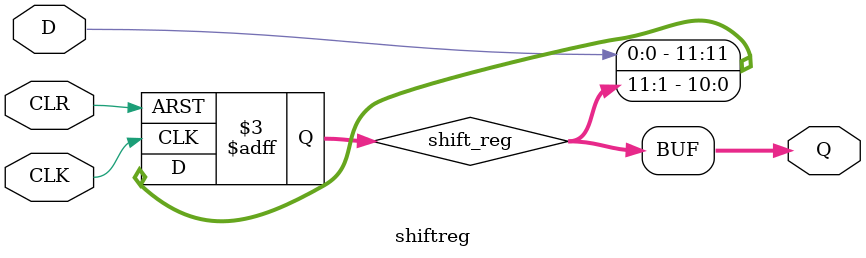
<source format=v>



module shiftreg(
input wire D,
input wire CLK,
output wire [11:0] Q,
input wire CLR
);




reg [11:0] shift_reg;  // := "0000000000000000";	--16 ceros por que tiene 16 bits, valor por default..hace falta?s

  always @(posedge CLK, posedge CLR) begin
    if((CLR == 1'b1)) begin
      shift_reg <= 12'b000000000000;
    end else begin
      shift_reg[11] <= D;
      shift_reg[10] <= shift_reg[11];
      shift_reg[9] <= shift_reg[10];
      shift_reg[8] <= shift_reg[9];
      shift_reg[7] <= shift_reg[8];
      shift_reg[6] <= shift_reg[7];
      shift_reg[5] <= shift_reg[6];
      shift_reg[4] <= shift_reg[5];
      shift_reg[3] <= shift_reg[4];
      shift_reg[2] <= shift_reg[3];
      shift_reg[1] <= shift_reg[2];
      shift_reg[0] <= shift_reg[1];
    end
  end

  // hook up the shift register bits to the LEDs
  assign Q = shift_reg;

endmodule

</source>
